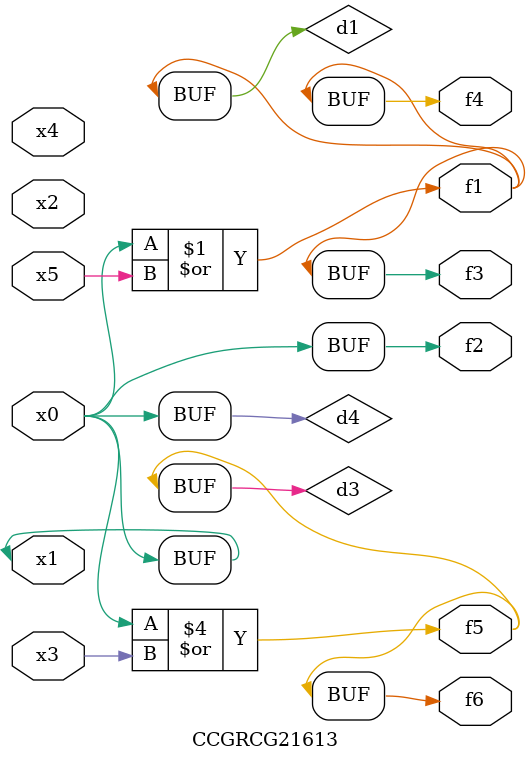
<source format=v>
module CCGRCG21613(
	input x0, x1, x2, x3, x4, x5,
	output f1, f2, f3, f4, f5, f6
);

	wire d1, d2, d3, d4;

	or (d1, x0, x5);
	xnor (d2, x1, x4);
	or (d3, x0, x3);
	buf (d4, x0, x1);
	assign f1 = d1;
	assign f2 = d4;
	assign f3 = d1;
	assign f4 = d1;
	assign f5 = d3;
	assign f6 = d3;
endmodule

</source>
